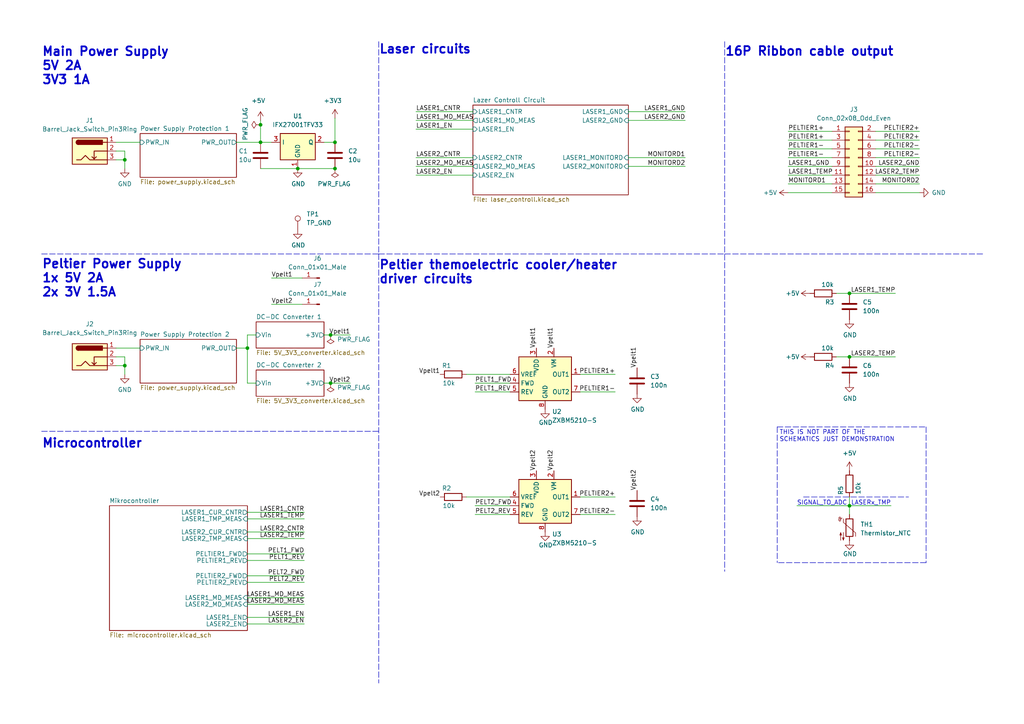
<source format=kicad_sch>
(kicad_sch (version 20211123) (generator eeschema)
  (paper "A4")
  (title_block (title "Laser controller board (Project Sheet)") (date "2022-05-05") (rev "R0.1") (company "Designed by Márk Mihalik"))
  (lib_symbols
    (symbol "Connector:Barrel_Jack_Switch_Pin3Ring" (pin_names hide)
      (property "Reference" "J" (at 0 5.334 0))
      (property "Value" "Barrel_Jack_Switch_Pin3Ring" (at 0 -5.08 0))
      (symbol "Barrel_Jack_Switch_Pin3Ring_0_1"
        (rectangle (start -5.08 3.81) (end 5.08 -3.81) (stroke (width 0.254)) (fill (type background)))
        (arc (start -3.302 3.175) (mid -3.937 2.54) (end -3.302 1.905) (stroke (width 0.254)))
        (arc (start -3.302 3.175) (mid -3.937 2.54) (end -3.302 1.905) (stroke (width 0.254)) (fill (type outline)))
        (polyline (pts (xy 1.27 -2.286) (xy 1.905 -1.651)) (stroke (width 0.254)))
        (polyline (pts (xy 5.08 2.54) (xy 3.81 2.54)) (stroke (width 0.254)))
        (polyline (pts (xy 5.08 0) (xy 1.27 0) (xy 1.27 -2.286) (xy 0.635 -1.651)) (stroke (width 0.254)))
        (polyline (pts (xy -3.81 -2.54) (xy -2.54 -2.54) (xy -1.27 -1.27) (xy 0 -2.54) (xy 2.54 -2.54) (xy 5.08 -2.54)) (stroke (width 0.254)))
        (rectangle (start 3.683 3.175) (end -3.302 1.905) (stroke (width 0.254)) (fill (type outline)))
      )
      (symbol "Barrel_Jack_Switch_Pin3Ring_1_1"
        (pin passive line (at 7.62 2.54 180) (length 2.54) (name "~") (number "1"))
        (pin passive line (at 7.62 0 180) (length 2.54) (name "~") (number "2"))
        (pin passive line (at 7.62 -2.54 180) (length 2.54) (name "~") (number "3"))
      )
    )
    (symbol "Connector:Conn_01x01_Male" (pin_names (offset 1.016) hide)
      (property "Reference" "J" (at 0 2.54 0))
      (property "Value" "Conn_01x01_Male" (at 0 -2.54 0))
      (symbol "Conn_01x01_Male_1_1"
        (polyline (pts (xy 1.27 0) (xy 0.8636 0)) (stroke (width 0.1524)))
        (rectangle (start 0.8636 0.127) (end 0 -0.127) (stroke (width 0.1524)) (fill (type outline)))
        (pin passive line (at 5.08 0 180) (length 3.81) (name "Pin_1") (number "1"))
      )
    )
    (symbol "Connector:TestPoint" (pin_numbers hide) (pin_names (offset 0.762) hide)
      (property "Reference" "TP" (at 0 6.858 0))
      (property "Value" "TestPoint" (at 0 5.08 0))
      (symbol "TestPoint_0_1"
        (circle (center 0 3.302) (radius 0.762))
      )
      (symbol "TestPoint_1_1"
        (pin passive line (at 0 0 90) (length 2.54) (name "1") (number "1"))
      )
    )
    (symbol "Connector_Generic:Conn_02x08_Odd_Even" (pin_names (offset 1.016) hide)
      (property "Reference" "J" (at 1.27 10.16 0))
      (property "Value" "Conn_02x08_Odd_Even" (at 1.27 -12.7 0))
      (symbol "Conn_02x08_Odd_Even_1_1"
        (rectangle (start -1.27 -10.033) (end 0 -10.287) (stroke (width 0.1524)))
        (rectangle (start -1.27 -7.493) (end 0 -7.747) (stroke (width 0.1524)))
        (rectangle (start -1.27 -4.953) (end 0 -5.207) (stroke (width 0.1524)))
        (rectangle (start -1.27 -2.413) (end 0 -2.667) (stroke (width 0.1524)))
        (rectangle (start -1.27 0.127) (end 0 -0.127) (stroke (width 0.1524)))
        (rectangle (start -1.27 2.667) (end 0 2.413) (stroke (width 0.1524)))
        (rectangle (start -1.27 5.207) (end 0 4.953) (stroke (width 0.1524)))
        (rectangle (start -1.27 7.747) (end 0 7.493) (stroke (width 0.1524)))
        (rectangle (start -1.27 8.89) (end 3.81 -11.43) (stroke (width 0.254)) (fill (type background)))
        (rectangle (start 3.81 -10.033) (end 2.54 -10.287) (stroke (width 0.1524)))
        (rectangle (start 3.81 -7.493) (end 2.54 -7.747) (stroke (width 0.1524)))
        (rectangle (start 3.81 -4.953) (end 2.54 -5.207) (stroke (width 0.1524)))
        (rectangle (start 3.81 -2.413) (end 2.54 -2.667) (stroke (width 0.1524)))
        (rectangle (start 3.81 0.127) (end 2.54 -0.127) (stroke (width 0.1524)))
        (rectangle (start 3.81 2.667) (end 2.54 2.413) (stroke (width 0.1524)))
        (rectangle (start 3.81 5.207) (end 2.54 4.953) (stroke (width 0.1524)))
        (rectangle (start 3.81 7.747) (end 2.54 7.493) (stroke (width 0.1524)))
        (pin passive line (at -5.08 7.62 0) (length 3.81) (name "Pin_1") (number "1"))
        (pin passive line (at 7.62 -2.54 180) (length 3.81) (name "Pin_10") (number "10"))
        (pin passive line (at -5.08 -5.08 0) (length 3.81) (name "Pin_11") (number "11"))
        (pin passive line (at 7.62 -5.08 180) (length 3.81) (name "Pin_12") (number "12"))
        (pin passive line (at -5.08 -7.62 0) (length 3.81) (name "Pin_13") (number "13"))
        (pin passive line (at 7.62 -7.62 180) (length 3.81) (name "Pin_14") (number "14"))
        (pin passive line (at -5.08 -10.16 0) (length 3.81) (name "Pin_15") (number "15"))
        (pin passive line (at 7.62 -10.16 180) (length 3.81) (name "Pin_16") (number "16"))
        (pin passive line (at 7.62 7.62 180) (length 3.81) (name "Pin_2") (number "2"))
        (pin passive line (at -5.08 5.08 0) (length 3.81) (name "Pin_3") (number "3"))
        (pin passive line (at 7.62 5.08 180) (length 3.81) (name "Pin_4") (number "4"))
        (pin passive line (at -5.08 2.54 0) (length 3.81) (name "Pin_5") (number "5"))
        (pin passive line (at 7.62 2.54 180) (length 3.81) (name "Pin_6") (number "6"))
        (pin passive line (at -5.08 0 0) (length 3.81) (name "Pin_7") (number "7"))
        (pin passive line (at 7.62 0 180) (length 3.81) (name "Pin_8") (number "8"))
        (pin passive line (at -5.08 -2.54 0) (length 3.81) (name "Pin_9") (number "9"))
      )
    )
    (symbol "Device:C" (pin_numbers hide) (pin_names (offset 0.254))
      (property "Reference" "C" (at 0.635 2.54 0))
      (property "Value" "C" (at 0.635 -2.54 0))
      (symbol "C_0_1"
        (polyline (pts (xy -2.032 -0.762) (xy 2.032 -0.762)) (stroke (width 0.508)))
        (polyline (pts (xy -2.032 0.762) (xy 2.032 0.762)) (stroke (width 0.508)))
      )
      (symbol "C_1_1"
        (pin passive line (at 0 3.81 270) (length 2.794) (name "~") (number "1"))
        (pin passive line (at 0 -3.81 90) (length 2.794) (name "~") (number "2"))
      )
    )
    (symbol "Device:R" (pin_numbers hide) (pin_names (offset 0))
      (property "Reference" "R" (at 2.032 0 90))
      (property "Value" "R" (at 0 0 90))
      (symbol "R_0_1"
        (rectangle (start -1.016 -2.54) (end 1.016 2.54) (stroke (width 0.254)))
      )
      (symbol "R_1_1"
        (pin passive line (at 0 3.81 270) (length 1.27) (name "~") (number "1"))
        (pin passive line (at 0 -3.81 90) (length 1.27) (name "~") (number "2"))
      )
    )
    (symbol "Device:Thermistor_NTC" (pin_numbers hide) (pin_names (offset 0))
      (property "Reference" "TH" (at -4.445 0 90))
      (property "Value" "Thermistor_NTC" (at 3.175 0 90))
      (symbol "Thermistor_NTC_0_1"
        (arc (start -3.048 2.159) (mid -3.0505 2.3165) (end -3.175 2.413))
        (arc (start -3.048 2.159) (mid -2.9736 1.9794) (end -2.794 1.905))
        (arc (start -3.048 2.794) (mid -2.9736 2.6144) (end -2.794 2.54))
        (arc (start -2.794 1.905) (mid -2.6144 1.9794) (end -2.54 2.159))
        (arc (start -2.794 2.54) (mid -2.434 2.5608) (end -2.159 2.794))
        (arc (start -2.794 3.048) (mid -2.9736 2.9736) (end -3.048 2.794))
        (arc (start -2.54 2.794) (mid -2.6144 2.9736) (end -2.794 3.048))
        (rectangle (start -1.016 2.54) (end 1.016 -2.54) (stroke (width 0.254)))
        (polyline (pts (xy -2.54 2.159) (xy -2.54 2.794)))
        (polyline (pts (xy -1.778 2.54) (xy -1.778 1.524) (xy 1.778 -1.524) (xy 1.778 -2.54)))
        (polyline (pts (xy -2.54 -3.683) (xy -2.54 -1.397) (xy -2.794 -2.159) (xy -2.286 -2.159) (xy -2.54 -1.397) (xy -2.54 -1.651)) (fill (type outline)))
        (polyline (pts (xy -1.778 -1.397) (xy -1.778 -3.683) (xy -2.032 -2.921) (xy -1.524 -2.921) (xy -1.778 -3.683) (xy -1.778 -3.429)) (fill (type outline)))
      )
      (symbol "Thermistor_NTC_1_1"
        (pin passive line (at 0 3.81 270) (length 1.27) (name "~") (number "1"))
        (pin passive line (at 0 -3.81 90) (length 1.27) (name "~") (number "2"))
      )
    )
    (symbol "Driver_Motor:ZXBM5210-S"
      (property "Reference" "U" (at -7.62 8.89 0))
      (property "Value" "ZXBM5210-S" (at 10.16 8.89 0))
      (symbol "ZXBM5210-S_0_0"
        (pin output line (at 10.16 2.54 180) (length 2.54) (name "OUT1") (number "1"))
        (pin power_in line (at 2.54 10.16 270) (length 2.54) (name "VM") (number "2"))
        (pin power_in line (at -2.54 10.16 270) (length 2.54) (name "VDD") (number "3"))
        (pin input line (at -10.16 0 0) (length 2.54) (name "FWD") (number "4"))
        (pin input line (at -10.16 -2.54 0) (length 2.54) (name "REV") (number "5"))
        (pin input line (at -10.16 2.54 0) (length 2.54) (name "VREF") (number "6"))
        (pin output line (at 10.16 -2.54 180) (length 2.54) (name "OUT2") (number "7"))
        (pin power_in line (at 0 -7.62 90) (length 2.54) (name "GND") (number "8"))
      )
      (symbol "ZXBM5210-S_0_1"
        (rectangle (start -7.62 7.62) (end 7.62 -5.08) (stroke (width 0.254)) (fill (type background)))
      )
    )
    (symbol "Regulator_Linear:IFX27001TFV33"
      (property "Reference" "U" (at 0 6.35 0))
      (property "Value" "IFX27001TFV33" (at 0 3.81 0))
      (symbol "IFX27001TFV33_1_1"
        (rectangle (start -5.08 2.54) (end 5.08 -5.08) (stroke (width 0.254)) (fill (type background)))
        (pin power_in line (at 0 -7.62 90) (length 2.54) (name "GND") (number "1"))
        (pin power_out line (at 7.62 0 180) (length 2.54) (name "Q") (number "2"))
        (pin power_in line (at -7.62 0 0) (length 2.54) (name "I") (number "3"))
      )
    )
    (symbol "power:+3V3" (power) (pin_names (offset 0))
      (property "Value" "+3V3" (at 0 3.556 0))
      (symbol "+3V3_0_1"
        (polyline (pts (xy -0.762 1.27) (xy 0 2.54)))
        (polyline (pts (xy 0 0) (xy 0 2.54)))
        (polyline (pts (xy 0 2.54) (xy 0.762 1.27)))
      )
      (symbol "+3V3_1_1"
        (pin power_in line (at 0 0 90) (length 0) hide (name "+3V3") (number "1"))
      )
    )
    (symbol "power:+5V" (power) (pin_names (offset 0))
      (property "Value" "+5V" (at 0 3.556 0))
      (symbol "+5V_0_1"
        (polyline (pts (xy -0.762 1.27) (xy 0 2.54)))
        (polyline (pts (xy 0 0) (xy 0 2.54)))
        (polyline (pts (xy 0 2.54) (xy 0.762 1.27)))
      )
      (symbol "+5V_1_1"
        (pin power_in line (at 0 0 90) (length 0) hide (name "+5V") (number "1"))
      )
    )
    (symbol "power:GND" (power) (pin_names (offset 0))
      (property "Value" "GND" (at 0 -3.81 0))
      (symbol "GND_0_1"
        (polyline (pts (xy 0 0) (xy 0 -1.27) (xy 1.27 -1.27) (xy 0 -2.54) (xy -1.27 -1.27) (xy 0 -1.27)))
      )
      (symbol "GND_1_1"
        (pin power_in line (at 0 0 270) (length 0) hide (name "GND") (number "1"))
      )
    )
    (symbol "power:PWR_FLAG" (power) (pin_numbers hide) (pin_names (offset 0) hide)
      (property "Value" "PWR_FLAG" (at 0 3.81 0))
      (symbol "PWR_FLAG_0_0"
        (pin power_out line (at 0 0 90) (length 0) (name "pwr") (number "1"))
      )
      (symbol "PWR_FLAG_0_1"
        (polyline (pts (xy 0 0) (xy 0 1.27) (xy -1.016 1.905) (xy 0 2.54) (xy 1.016 1.905) (xy 0 1.27)))
      )
    )
  )
  (junction (at 97.155 48.895))
  (junction (at 246.38 103.505))
  (junction (at 36.195 106.045))
  (junction (at 86.36 48.895))
  (junction (at 246.38 85.09))
  (junction (at 75.565 41.275))
  (junction (at 71.755 100.965))
  (junction (at 75.565 36.195))
  (junction (at 95.885 97.155))
  (junction (at 36.195 46.355))
  (junction (at 97.155 41.275))
  (junction (at 95.885 111.125))
  (junction (at 246.38 146.685))
  (wire (pts (xy 88.265 179.07) (xy 71.755 179.07)))
  (wire (pts (xy 95.885 97.155) (xy 101.6 97.155)))
  (wire (pts (xy 168.275 149.225) (xy 178.435 149.225)))
  (wire (pts (xy 246.38 85.09) (xy 259.715 85.09)))
  (wire (pts (xy 97.155 34.29) (xy 97.155 41.275)))
  (wire (pts (xy 78.74 80.645) (xy 87.63 80.645)))
  (wire (pts (xy 241.3 48.26) (xy 228.6 48.26)))
  (wire (pts (xy 78.74 88.265) (xy 87.63 88.265)))
  (wire (pts (xy 36.195 48.895) (xy 36.195 46.355)))
  (wire (pts (xy 241.3 38.1) (xy 228.6 38.1)))
  (wire (pts (xy 68.58 41.275) (xy 75.565 41.275)))
  (wire (pts (xy 71.755 150.495) (xy 88.265 150.495)))
  (wire (pts (xy 246.38 144.145) (xy 246.38 146.685)))
  (wire (pts (xy 71.755 173.355) (xy 88.265 173.355)))
  (wire (pts (xy 71.755 100.965) (xy 68.58 100.965)))
  (wire (pts (xy 254 40.64) (xy 266.7 40.64)))
  (wire (pts (xy 242.57 103.505) (xy 246.38 103.505)))
  (polyline (pts (xy 268.605 163.195) (xy 225.425 163.195)))
  (wire (pts (xy 71.755 167.005) (xy 88.265 167.005)))
  (wire (pts (xy 33.655 103.505) (xy 36.195 103.505)))
  (polyline (pts (xy 233.045 144.145) (xy 263.525 144.145)))
  (wire (pts (xy 33.655 46.355) (xy 36.195 46.355)))
  (wire (pts (xy 242.57 85.09) (xy 246.38 85.09)))
  (wire (pts (xy 120.65 50.8) (xy 137.16 50.8)))
  (polyline (pts (xy 225.425 123.825) (xy 268.605 123.825)))
  (wire (pts (xy 254 45.72) (xy 266.7 45.72)))
  (wire (pts (xy 228.6 53.34) (xy 241.3 53.34)))
  (wire (pts (xy 74.295 97.155) (xy 71.755 97.155)))
  (wire (pts (xy 137.16 32.385) (xy 120.65 32.385)))
  (wire (pts (xy 75.565 41.275) (xy 78.74 41.275)))
  (polyline (pts (xy 109.855 12.065) (xy 109.855 73.66)))
  (wire (pts (xy 241.3 40.64) (xy 228.6 40.64)))
  (wire (pts (xy 135.255 144.145) (xy 147.955 144.145)))
  (polyline (pts (xy 12.065 125.095) (xy 109.855 125.095)))
  (wire (pts (xy 71.755 162.56) (xy 88.265 162.56)))
  (wire (pts (xy 168.275 113.665) (xy 178.435 113.665)))
  (wire (pts (xy 93.98 111.125) (xy 95.885 111.125)))
  (wire (pts (xy 137.795 146.685) (xy 147.955 146.685)))
  (wire (pts (xy 254 50.8) (xy 266.7 50.8)))
  (wire (pts (xy 254 38.1) (xy 266.7 38.1)))
  (polyline (pts (xy 12.065 73.66) (xy 109.855 73.66)))
  (wire (pts (xy 231.14 146.685) (xy 246.38 146.685)))
  (wire (pts (xy 168.275 108.585) (xy 178.435 108.585)))
  (wire (pts (xy 246.38 146.685) (xy 258.445 146.685)))
  (wire (pts (xy 254 53.34) (xy 266.7 53.34)))
  (wire (pts (xy 246.38 146.685) (xy 246.38 149.225)))
  (polyline (pts (xy 268.605 123.825) (xy 268.605 163.195)))
  (wire (pts (xy 93.98 97.155) (xy 95.885 97.155)))
  (wire (pts (xy 75.565 34.925) (xy 75.565 36.195)))
  (wire (pts (xy 75.565 48.895) (xy 86.36 48.895)))
  (wire (pts (xy 71.755 154.305) (xy 88.265 154.305)))
  (polyline (pts (xy 210.185 12.065) (xy 210.185 165.735)))
  (wire (pts (xy 241.3 45.72) (xy 228.6 45.72)))
  (wire (pts (xy 33.655 41.275) (xy 40.64 41.275)))
  (wire (pts (xy 71.755 156.21) (xy 88.265 156.21)))
  (wire (pts (xy 33.655 43.815) (xy 36.195 43.815)))
  (wire (pts (xy 33.655 100.965) (xy 40.64 100.965)))
  (wire (pts (xy 241.3 50.8) (xy 228.6 50.8)))
  (wire (pts (xy 86.36 48.895) (xy 97.155 48.895)))
  (wire (pts (xy 74.295 111.125) (xy 71.755 111.125)))
  (polyline (pts (xy 109.855 73.66) (xy 109.855 198.12)))
  (wire (pts (xy 71.755 160.655) (xy 88.265 160.655)))
  (wire (pts (xy 266.7 55.88) (xy 254 55.88)))
  (wire (pts (xy 254 43.18) (xy 266.7 43.18)))
  (wire (pts (xy 198.755 32.385) (xy 182.245 32.385)))
  (wire (pts (xy 36.195 106.045) (xy 36.195 103.505)))
  (wire (pts (xy 36.195 108.585) (xy 36.195 106.045)))
  (wire (pts (xy 228.6 55.88) (xy 241.3 55.88)))
  (wire (pts (xy 137.795 111.125) (xy 147.955 111.125)))
  (wire (pts (xy 93.98 41.275) (xy 97.155 41.275)))
  (wire (pts (xy 36.195 46.355) (xy 36.195 43.815)))
  (wire (pts (xy 33.655 106.045) (xy 36.195 106.045)))
  (wire (pts (xy 137.795 113.665) (xy 147.955 113.665)))
  (wire (pts (xy 71.755 148.59) (xy 88.265 148.59)))
  (wire (pts (xy 88.265 180.975) (xy 71.755 180.975)))
  (wire (pts (xy 137.16 48.26) (xy 120.65 48.26)))
  (wire (pts (xy 75.565 36.195) (xy 75.565 41.275)))
  (wire (pts (xy 168.275 144.145) (xy 178.435 144.145)))
  (polyline (pts (xy 210.185 73.66) (xy 285.115 73.66)))
  (wire (pts (xy 246.38 103.505) (xy 259.715 103.505)))
  (polyline (pts (xy 225.425 123.825) (xy 225.425 163.195)))
  (wire (pts (xy 120.65 37.465) (xy 137.16 37.465)))
  (wire (pts (xy 182.245 45.72) (xy 198.755 45.72)))
  (wire (pts (xy 71.755 168.91) (xy 88.265 168.91)))
  (wire (pts (xy 120.65 45.72) (xy 137.16 45.72)))
  (wire (pts (xy 137.795 149.225) (xy 147.955 149.225)))
  (wire (pts (xy 241.3 43.18) (xy 228.6 43.18)))
  (wire (pts (xy 95.885 111.125) (xy 101.6 111.125)))
  (wire (pts (xy 198.755 34.925) (xy 182.245 34.925)))
  (wire (pts (xy 120.65 34.925) (xy 137.16 34.925)))
  (wire (pts (xy 71.755 111.125) (xy 71.755 100.965)))
  (wire (pts (xy 182.245 48.26) (xy 198.755 48.26)))
  (polyline (pts (xy 109.855 73.66) (xy 210.185 73.66)))
  (wire (pts (xy 135.255 108.585) (xy 147.955 108.585)))
  (wire (pts (xy 71.755 97.155) (xy 71.755 100.965)))
  (wire (pts (xy 71.755 175.26) (xy 88.265 175.26)))
  (wire (pts (xy 254 48.26) (xy 266.7 48.26)))
  (text "Peltier themoelectric cooler/heater\ndriver circuits" (at 109.855 82.55 0) (effects (font (size 2.54 2.54) (thickness 0.508) bold) (justify left bottom)))
  (text "LASERx_TMP\n" (at 258.445 146.685 180) (effects (font (size 1.27 1.27)) (justify right bottom)))
  (text "16P Ribbon cable output" (at 210.185 16.51 0) (effects (font (size 2.54 2.54) (thickness 0.508) bold) (justify left bottom)))
  (text "Microcontroller" (at 12.065 130.175 0) (effects (font (size 2.54 2.54) (thickness 0.508) bold) (justify left bottom)))
  (text "Peltier Power Supply\n1x 5V 2A \n2x 3V 1.5A" (at 12.065 86.36 0) (effects (font (size 2.54 2.54) (thickness 0.508) bold) (justify left bottom)))
  (text "Main Power Supply\n5V 2A \n3V3 1A" (at 12.065 24.765 0) (effects (font (size 2.54 2.54) (thickness 0.508) bold) (justify left bottom)))
  (text "THIS IS NOT PART OF THE\nSCHEMATICS JUST DEMONSTRATION\n" (at 226.06 128.27 0) (effects (font (size 1.27 1.27)) (justify left bottom)))
  (text "SIGNAL_TO_ADC" (at 231.14 146.685 0) (effects (font (size 1.27 1.27)) (justify left bottom)))
  (text "Laser circuits" (at 109.855 15.875 0) (effects (font (size 2.54 2.54) bold) (justify left bottom)))
  (label "LASER1_TEMP" (at 228.6 50.8 0))
  (label "PELTIER2+" (at 178.435 144.145 180))
  (label "PELTIER2+" (at 266.7 40.64 180))
  (label "Vpelt2" (at 155.575 136.525 90))
  (label "LASER2_TEMP" (at 259.715 103.505 180))
  (label "PELTIER1-" (at 228.6 43.18 0))
  (label "Vpelt1" (at 155.575 100.965 90))
  (label "Vpelt1" (at 101.6 97.155 180))
  (label "LASER1_GND" (at 198.755 32.385 180))
  (label "Vpelt1" (at 78.74 80.645 0))
  (label "Vpelt2" (at 160.655 136.525 90))
  (label "PELT2_REV" (at 137.795 149.225 0))
  (label "LASER2_CNTR" (at 88.265 154.305 180))
  (label "PELT1_REV" (at 88.265 162.56 180))
  (label "LASER1_MD_MEAS" (at 120.65 34.925 0))
  (label "PELT1_FWD" (at 137.795 111.125 0))
  (label "MONITORD1" (at 198.755 45.72 180))
  (label "Vpelt1" (at 127.635 108.585 180))
  (label "LASER1_EN" (at 120.65 37.465 0))
  (label "PELTIER1-" (at 178.435 113.665 180))
  (label "LASER1_MD_MEAS" (at 88.265 173.355 180))
  (label "LASER2_TEMP" (at 88.265 156.21 180))
  (label "LASER1_TEMP" (at 259.715 85.09 180))
  (label "PELT2_REV" (at 88.265 168.91 180))
  (label "PELT1_REV" (at 137.795 113.665 0))
  (label "LASER1_GND" (at 228.6 48.26 0))
  (label "LASER1_CNTR" (at 88.265 148.59 180))
  (label "LASER2_CNTR" (at 120.65 45.72 0))
  (label "PELTIER1-" (at 228.6 45.72 0))
  (label "LASER2_GND" (at 266.7 48.26 180))
  (label "LASER2_MD_MEAS" (at 120.65 48.26 0))
  (label "LASER2_GND" (at 198.755 34.925 180))
  (label "PELT2_FWD" (at 88.265 167.005 180))
  (label "Vpelt2" (at 101.6 111.125 180))
  (label "PELT2_FWD" (at 137.795 146.685 0))
  (label "PELTIER1+" (at 178.435 108.585 180))
  (label "LASER1_EN" (at 88.265 179.07 180))
  (label "MONITORD1" (at 228.6 53.34 0))
  (label "PELTIER1+" (at 228.6 38.1 0))
  (label "LASER1_CNTR" (at 120.65 32.385 0))
  (label "MONITORD2" (at 266.7 53.34 180))
  (label "Vpelt1" (at 184.785 106.68 90))
  (label "LASER2_TEMP" (at 266.7 50.8 180))
  (label "MONITORD2" (at 198.755 48.26 180))
  (label "Vpelt2" (at 184.785 142.24 90))
  (label "LASER2_EN" (at 88.265 180.975 180))
  (label "LASER1_TEMP" (at 88.265 150.495 180))
  (label "PELTIER2-" (at 178.435 149.225 180))
  (label "PELTIER2-" (at 266.7 43.18 180))
  (label "Vpelt2" (at 78.74 88.265 0))
  (label "Vpelt1" (at 160.655 100.965 90))
  (label "PELTIER2-" (at 266.7 45.72 180))
  (label "PELT1_FWD" (at 88.265 160.655 180))
  (label "LASER2_MD_MEAS" (at 88.265 175.26 180))
  (label "PELTIER2+" (at 266.7 38.1 180))
  (label "PELTIER1+" (at 228.6 40.64 0))
  (label "Vpelt2" (at 127.635 144.145 180))
  (label "LASER2_EN" (at 120.65 50.8 0))
  (symbol (lib_id "Device:R") (at 131.445 144.145 90) (unit 1)
    (property "Reference" "R2" (at 129.54 141.605 90))
    (property "Value" "10k" (at 130.175 146.685 90))
    (property "Footprint" "Resistor_SMD:R_0805_2012Metric_Pad1.20x1.40mm_HandSolder" (effects hide))
    (property "Lomex" "80-54-49" (effects hide))
  )
  (symbol (lib_id "power:GND") (at 266.7 55.88 90) (mirror x) (unit 1)
    (property "Reference" "#PWR021" (effects hide))
    (property "Value" "GND" (at 274.32 55.88 90) (effects (justify left)))
  )
  (symbol (lib_id "power:GND") (at 158.115 118.745 0) (unit 1)
    (property "Reference" "#PWR08" (effects hide))
    (property "Value" "GND" (at 156.21 122.555 0) (effects (justify left)))
  )
  (symbol (lib_id "power:PWR_FLAG") (at 97.155 48.895 180) (unit 1)
    (property "Reference" "#FLG04" (effects hide))
    (property "Value" "PWR_FLAG" (at 92.075 53.34 0) (effects (justify right)))
  )
  (symbol (lib_id "power:GND") (at 184.785 149.86 0) (unit 1)
    (property "Reference" "#PWR013" (effects hide))
    (property "Value" "GND" (at 182.88 154.305 0) (effects (justify left)))
  )
  (symbol (lib_id "power:+5V") (at 234.95 103.505 90) (unit 1)
    (property "Reference" "#PWR016" (effects hide))
    (property "Value" "+5V" (at 229.87 103.505 90))
  )
  (symbol (lib_id "power:PWR_FLAG") (at 75.565 36.195 90) (unit 1)
    (property "Reference" "#FLG01" (effects hide))
    (property "Value" "PWR_FLAG" (at 71.12 31.115 0) (effects (justify right)))
  )
  (symbol (lib_id "Device:C") (at 75.565 45.085 0) (unit 1)
    (property "Reference" "C1" (at 69.215 43.815 0) (effects (justify left)))
    (property "Value" "10u" (at 69.215 46.355 0) (effects (justify left)))
    (property "Footprint" "Capacitor_SMD:C_0805_2012Metric_Pad1.18x1.45mm_HandSolder" (effects hide))
    (property "Lomex" "82-17-06" (effects hide))
  )
  (symbol (lib_id "Connector:Conn_01x01_Male") (at 92.71 80.645 180) (unit 1)
    (property "Reference" "J6" (at 92.075 74.93 0))
    (property "Value" "Conn_01x01_Male" (at 92.075 77.47 0))
    (property "Footprint" "Connector_PinHeader_2.54mm:PinHeader_1x01_P2.54mm_Vertical" (effects hide))
  )
  (symbol (lib_id "power:GND") (at 158.115 154.305 0) (unit 1)
    (property "Reference" "#PWR09" (effects hide))
    (property "Value" "GND" (at 156.21 158.115 0) (effects (justify left)))
  )
  (symbol (lib_id "power:GND") (at 36.195 108.585 0) (unit 1)
    (property "Reference" "#PWR02" (effects hide))
    (property "Value" "GND" (at 36.195 113.03 0))
  )
  (symbol (lib_id "Connector:Barrel_Jack_Switch_Pin3Ring") (at 26.035 103.505 0) (unit 1)
    (property "Reference" "J2" (at 26.035 93.98 0))
    (property "Value" "Barrel_Jack_Switch_Pin3Ring" (at 26.035 96.52 0))
    (property "Footprint" "Connector_BarrelJack:BarrelJack_Horizontal" (effects hide))
    (property "Lomex" "43-07-67" (effects hide))
  )
  (symbol (lib_id "Device:R") (at 246.38 140.335 180) (unit 1) (in_bom no) (on_board no)
    (property "Reference" "R5" (at 243.84 142.24 90))
    (property "Value" "10k" (at 248.92 141.605 90))
    (property "Footprint" "Resistor_SMD:R_0805_2012Metric_Pad1.20x1.40mm_HandSolder" (effects hide))
    (property "Lomex" "80-54-49" (effects hide))
  )
  (symbol (lib_id "Device:R") (at 238.76 85.09 270) (unit 1)
    (property "Reference" "R3" (at 240.665 87.63 90))
    (property "Value" "10k" (at 240.03 82.55 90))
    (property "Footprint" "Resistor_SMD:R_0805_2012Metric_Pad1.20x1.40mm_HandSolder" (effects hide))
    (property "Lomex" "80-54-49" (effects hide))
  )
  (symbol (lib_id "power:GND") (at 184.785 114.3 0) (unit 1)
    (property "Reference" "#PWR011" (effects hide))
    (property "Value" "GND" (at 182.88 118.745 0) (effects (justify left)))
  )
  (symbol (lib_id "Driver_Motor:ZXBM5210-S") (at 158.115 146.685 0) (unit 1)
    (property "Reference" "U3" (at 160.1344 154.94 0) (effects (justify left)))
    (property "Value" "ZXBM5210-S" (at 160.1344 157.48 0) (effects (justify left)))
    (property "Footprint" "Package_SO:SOIC-8_3.9x4.9mm_P1.27mm" (effects hide))
    (property "Datasheet" "https://www.diodes.com/assets/Datasheets/ZXBM5210.pdf" (effects hide))
    (property "Mouser" "621-ZXBM5210-S-13" (effects hide))
  )
  (symbol (lib_id "Regulator_Linear:IFX27001TFV33") (at 86.36 41.275 0) (unit 1)
    (property "Reference" "U1" (at 86.36 33.655 0))
    (property "Value" "IFX27001TFV33" (at 86.36 36.195 0))
    (property "Footprint" "Package_TO_SOT_SMD:TO-252-3_TabPin2" (effects hide))
    (property "Datasheet" "https://static6.arrow.com/aropdfconversion/dc75757ae45a88e5f69bdce3f2a651a5fe0ca07d/ifx27001_ds_10.pdf" (effects hide))
    (property "Replacement" "NCP1117DT33G" (effects hide))
    (property "Lomex" "89-25-59" (effects hide))
  )
  (symbol (lib_id "power:GND") (at 246.38 92.71 0) (unit 1)
    (property "Reference" "#PWR017" (effects hide))
    (property "Value" "GND" (at 244.475 97.155 0) (effects (justify left)))
  )
  (symbol (lib_id "power:+5V") (at 75.565 34.925 0) (unit 1)
    (property "Reference" "#PWR03" (effects hide))
    (property "Value" "+5V" (at 74.93 29.21 0))
  )
  (symbol (lib_id "Connector:Conn_01x01_Male") (at 92.71 88.265 180) (unit 1)
    (property "Reference" "J7" (at 92.075 82.55 0))
    (property "Value" "Conn_01x01_Male" (at 92.075 85.09 0))
    (property "Footprint" "Connector_PinHeader_2.54mm:PinHeader_1x01_P2.54mm_Vertical" (effects hide))
  )
  (symbol (lib_id "power:GND") (at 36.195 48.895 0) (unit 1)
    (property "Reference" "#PWR01" (effects hide))
    (property "Value" "GND" (at 36.195 53.34 0))
  )
  (symbol (lib_id "Device:R") (at 238.76 103.505 270) (unit 1)
    (property "Reference" "R4" (at 240.665 106.045 90))
    (property "Value" "10k" (at 240.03 100.965 90))
    (property "Footprint" "Resistor_SMD:R_0805_2012Metric_Pad1.20x1.40mm_HandSolder" (effects hide))
    (property "Lomex" "80-54-49" (effects hide))
  )
  (symbol (lib_id "Connector:TestPoint") (at 86.36 66.675 0) (unit 1)
    (property "Reference" "TP1" (at 88.9 62.1029 0) (effects (justify left)))
    (property "Value" "TP_GND" (at 88.9 64.6429 0) (effects (justify left)))
    (property "Footprint" "Connector_PinHeader_2.54mm:PinHeader_1x01_P2.54mm_Vertical" (effects hide))
  )
  (symbol (lib_id "power:GND") (at 86.36 48.895 0) (unit 1)
    (property "Reference" "#PWR04" (effects hide))
    (property "Value" "GND" (at 84.455 53.34 0) (effects (justify left)))
  )
  (symbol (lib_id "power:GND") (at 246.38 156.845 0) (unit 1)
    (property "Reference" "#PWR020" (effects hide))
    (property "Value" "GND" (at 244.475 160.655 0) (effects (justify left)))
  )
  (symbol (lib_id "Driver_Motor:ZXBM5210-S") (at 158.115 111.125 0) (unit 1)
    (property "Reference" "U2" (at 160.1344 119.38 0) (effects (justify left)))
    (property "Value" "ZXBM5210-S" (at 160.1344 121.92 0) (effects (justify left)))
    (property "Footprint" "Package_SO:SOIC-8_3.9x4.9mm_P1.27mm" (effects hide))
    (property "Datasheet" "https://www.diodes.com/assets/Datasheets/ZXBM5210.pdf" (effects hide))
    (property "Mouser" "621-ZXBM5210-S-13" (effects hide))
  )
  (symbol (lib_id "power:+3V3") (at 97.155 34.29 0) (unit 1)
    (property "Reference" "#PWR05" (effects hide))
    (property "Value" "+3V3" (at 96.52 29.21 0))
  )
  (symbol (lib_id "power:+5V") (at 246.38 136.525 0) (unit 1)
    (property "Reference" "#PWR019" (effects hide))
    (property "Value" "+5V" (at 246.38 131.445 0))
  )
  (symbol (lib_id "power:+5V") (at 228.6 55.88 90) (mirror x) (unit 1)
    (property "Reference" "#PWR014" (effects hide))
    (property "Value" "+5V" (at 225.425 55.8799 90) (effects (justify left)))
  )
  (symbol (lib_id "Device:Thermistor_NTC") (at 246.38 153.035 0) (unit 1) (in_bom no) (on_board no)
    (property "Reference" "TH1" (at 249.555 152.0824 0) (effects (justify left)))
    (property "Value" "Thermistor_NTC" (at 249.555 154.6224 0) (effects (justify left)))
  )
  (symbol (lib_id "power:GND") (at 246.38 111.125 0) (unit 1)
    (property "Reference" "#PWR018" (effects hide))
    (property "Value" "GND" (at 244.475 115.57 0) (effects (justify left)))
  )
  (symbol (lib_id "Device:C") (at 97.155 45.085 0) (unit 1)
    (property "Reference" "C2" (at 100.965 43.8149 0) (effects (justify left)))
    (property "Value" "10u" (at 100.965 46.3549 0) (effects (justify left)))
    (property "Footprint" "Capacitor_SMD:C_0805_2012Metric_Pad1.18x1.45mm_HandSolder" (effects hide))
    (property "Lomex" "82-17-06" (effects hide))
  )
  (symbol (lib_id "Device:C") (at 184.785 146.05 0) (unit 1)
    (property "Reference" "C4" (at 188.595 144.7799 0) (effects (justify left)))
    (property "Value" "100n" (at 188.595 147.3199 0) (effects (justify left)))
    (property "Footprint" "Capacitor_SMD:C_0805_2012Metric_Pad1.18x1.45mm_HandSolder" (effects hide))
    (property "Lomex" "82-13-46" (effects hide))
  )
  (symbol (lib_id "Device:C") (at 184.785 110.49 0) (unit 1)
    (property "Reference" "C3" (at 188.595 109.2199 0) (effects (justify left)))
    (property "Value" "100n" (at 188.595 111.7599 0) (effects (justify left)))
    (property "Footprint" "Capacitor_SMD:C_0805_2012Metric_Pad1.18x1.45mm_HandSolder" (effects hide))
    (property "Lomex" "82-13-46" (effects hide))
  )
  (symbol (lib_id "Device:R") (at 131.445 108.585 90) (unit 1)
    (property "Reference" "R1" (at 129.54 106.045 90))
    (property "Value" "10k" (at 130.175 111.125 90))
    (property "Footprint" "Resistor_SMD:R_0805_2012Metric_Pad1.20x1.40mm_HandSolder" (effects hide))
    (property "Lomex" "80-54-49" (effects hide))
  )
  (symbol (lib_id "power:PWR_FLAG") (at 95.885 111.125 180) (unit 1)
    (property "Reference" "#FLG03" (effects hide))
    (property "Value" "PWR_FLAG" (at 97.79 112.3949 0) (effects (justify right)))
  )
  (symbol (lib_id "Device:C") (at 246.38 88.9 0) (unit 1)
    (property "Reference" "C5" (at 250.19 87.6299 0) (effects (justify left)))
    (property "Value" "100n" (at 250.19 90.1699 0) (effects (justify left)))
    (property "Footprint" "Capacitor_SMD:C_0805_2012Metric_Pad1.18x1.45mm_HandSolder" (effects hide))
    (property "Lomex" "82-13-46" (effects hide))
  )
  (symbol (lib_id "Connector_Generic:Conn_02x08_Odd_Even") (at 246.38 45.72 0) (unit 1)
    (property "Reference" "J3" (at 247.65 31.75 0))
    (property "Value" "Conn_02x08_Odd_Even" (at 247.65 34.29 0))
    (property "Footprint" "Connector_IDC:IDC-Header_2x08_P2.54mm_Latch_Vertical" (effects hide))
    (property "Lomex" "43-01-07" (effects hide))
  )
  (symbol (lib_id "Connector:Barrel_Jack_Switch_Pin3Ring") (at 26.035 43.815 0) (unit 1)
    (property "Reference" "J1" (at 26.035 34.925 0))
    (property "Value" "Barrel_Jack_Switch_Pin3Ring" (at 26.035 37.465 0))
    (property "Footprint" "Connector_BarrelJack:BarrelJack_Horizontal" (effects hide))
    (property "Lomex" "43-07-67" (effects hide))
  )
  (symbol (lib_id "Device:C") (at 246.38 107.315 0) (unit 1)
    (property "Reference" "C6" (at 250.19 106.0449 0) (effects (justify left)))
    (property "Value" "100n" (at 250.19 108.5849 0) (effects (justify left)))
    (property "Footprint" "Capacitor_SMD:C_0805_2012Metric_Pad1.18x1.45mm_HandSolder" (effects hide))
    (property "Lomex" "82-13-46" (effects hide))
  )
  (symbol (lib_id "power:PWR_FLAG") (at 95.885 97.155 180) (unit 1)
    (property "Reference" "#FLG02" (effects hide))
    (property "Value" "PWR_FLAG" (at 97.79 98.4249 0) (effects (justify right)))
  )
  (symbol (lib_id "power:GND") (at 86.36 66.675 0) (unit 1)
    (property "Reference" "#PWR06" (effects hide))
    (property "Value" "GND" (at 84.455 71.12 0) (effects (justify left)))
  )
  (symbol (lib_id "power:+5V") (at 234.95 85.09 90) (unit 1)
    (property "Reference" "#PWR015" (effects hide))
    (property "Value" "+5V" (at 229.87 85.09 90))
  )
  (sheet (at 40.64 98.425) (size 27.94 12.7) (stroke (width 0.1524))
    (property "Sheet name" "Power Supply Protection 2" (at 40.64 97.7134 0) (effects (justify left bottom)))
    (property "Sheet file" "power_supply.kicad_sch" (at 40.64 111.7096 0) (effects (justify left top)))
    (pin "PWR_IN" input (at 40.64 100.965 180))
    (pin "PWR_OUT" output (at 68.58 100.965 0))
  )
  (sheet (at 74.295 93.345) (size 19.685 7.62) (stroke (width 0.1524))
    (property "Sheet name" "DC-DC Converter 1" (at 74.295 92.6334 0) (effects (justify left bottom)))
    (property "Sheet file" "5V_3V3_converter.kicad_sch" (at 74.295 101.5496 0) (effects (justify left top)))
    (pin "+3V" output (at 93.98 97.155 0))
    (pin "Vin" input (at 74.295 97.155 180))
  )
  (sheet (at 137.16 30.48) (size 45.085 26.035) (stroke (width 0.1524))
    (property "Sheet name" "Lazer Controll Circuit" (at 137.16 29.7684 0) (effects (justify left bottom)))
    (property "Sheet file" "laser_controll.kicad_sch" (at 137.16 57.0996 0) (effects (justify left top)))
    (pin "LASER1_GND" input (at 182.245 32.385 0))
    (pin "LASER2_GND" input (at 182.245 34.925 0))
    (pin "LASER1_CNTR" input (at 137.16 32.385 180))
    (pin "LASER2_CNTR" input (at 137.16 45.72 180))
    (pin "LASER2_MD_MEAS" output (at 137.16 48.26 180))
    (pin "LASER2_MONITORD" input (at 182.245 48.26 0))
    (pin "LASER1_MONITORD" input (at 182.245 45.72 0))
    (pin "LASER1_MD_MEAS" output (at 137.16 34.925 180))
    (pin "LASER2_EN" input (at 137.16 50.8 180))
    (pin "LASER1_EN" input (at 137.16 37.465 180))
  )
  (sheet (at 31.75 146.685) (size 40.005 36.195) (stroke (width 0.1524))
    (property "Sheet name" "Mikrocontroller" (at 31.75 145.9734 0) (effects (justify left bottom)))
    (property "Sheet file" "microcontroller.kicad_sch" (at 31.75 183.4646 0) (effects (justify left top)))
    (pin "LASER2_TMP_MEAS" input (at 71.755 156.21 0))
    (pin "PELTIER2_FWD" output (at 71.755 167.005 0))
    (pin "PELTIER2_REV" output (at 71.755 168.91 0))
    (pin "PELTIER1_FWD" output (at 71.755 160.655 0))
    (pin "PELTIER1_REV" output (at 71.755 162.56 0))
    (pin "LASER1_CUR_CNTR" output (at 71.755 148.59 0))
    (pin "LASER2_CUR_CNTR" output (at 71.755 154.305 0))
    (pin "LASER1_TMP_MEAS" input (at 71.755 150.495 0))
    (pin "LASER1_MD_MEAS" input (at 71.755 173.355 0))
    (pin "LASER2_MD_MEAS" input (at 71.755 175.26 0))
    (pin "LASER2_EN" output (at 71.755 180.975 0))
    (pin "LASER1_EN" output (at 71.755 179.07 0))
  )
  (sheet (at 40.64 38.735) (size 27.94 12.7) (stroke (width 0.1524))
    (property "Sheet name" "Power Supply Protection 1" (at 40.64 38.0234 0) (effects (justify left bottom)))
    (property "Sheet file" "power_supply.kicad_sch" (at 40.64 52.0196 0) (effects (justify left top)))
    (pin "PWR_IN" input (at 40.64 41.275 180))
    (pin "PWR_OUT" output (at 68.58 41.275 0))
  )
  (sheet (at 74.295 107.315) (size 19.685 7.62) (stroke (width 0.1524))
    (property "Sheet name" "DC-DC Converter 2" (at 74.295 106.6034 0) (effects (justify left bottom)))
    (property "Sheet file" "5V_3V3_converter.kicad_sch" (at 74.295 115.5196 0) (effects (justify left top)))
    (pin "Vin" input (at 74.295 111.125 180))
    (pin "+3V" output (at 93.98 111.125 0))
  )
)
</source>
